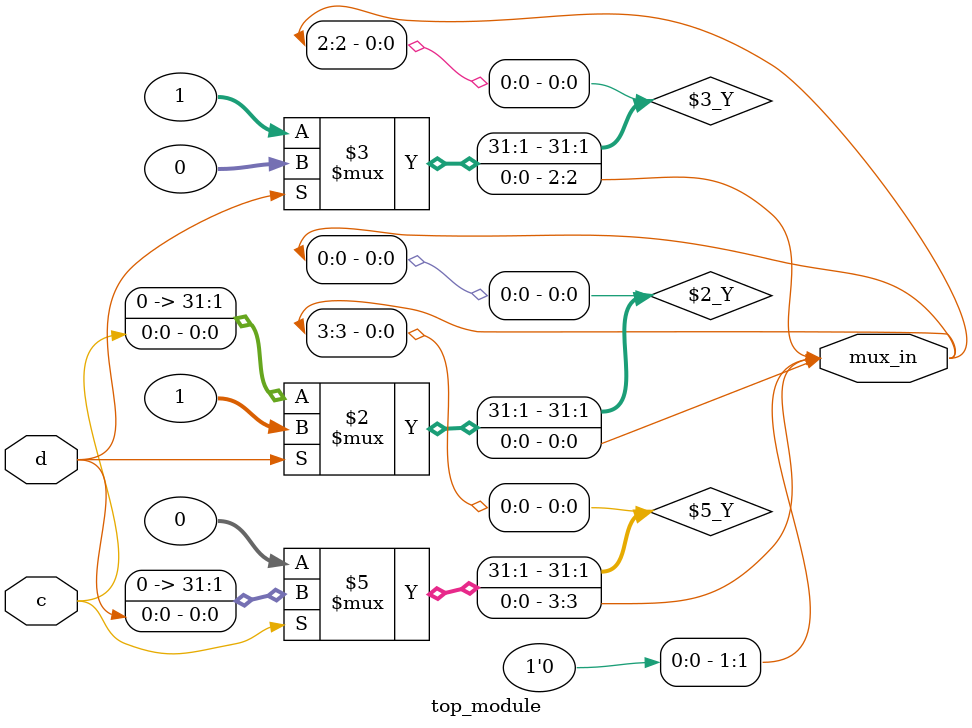
<source format=v>
module top_module (
    input c,
    input d,
    output [3:0] mux_in
); 
    assign mux_in[0] = d?1:c;
    assign mux_in[1] = 0;
    assign mux_in[2] = d?0:1;
    assign mux_in[3] = c?d:0;
endmodule


</source>
